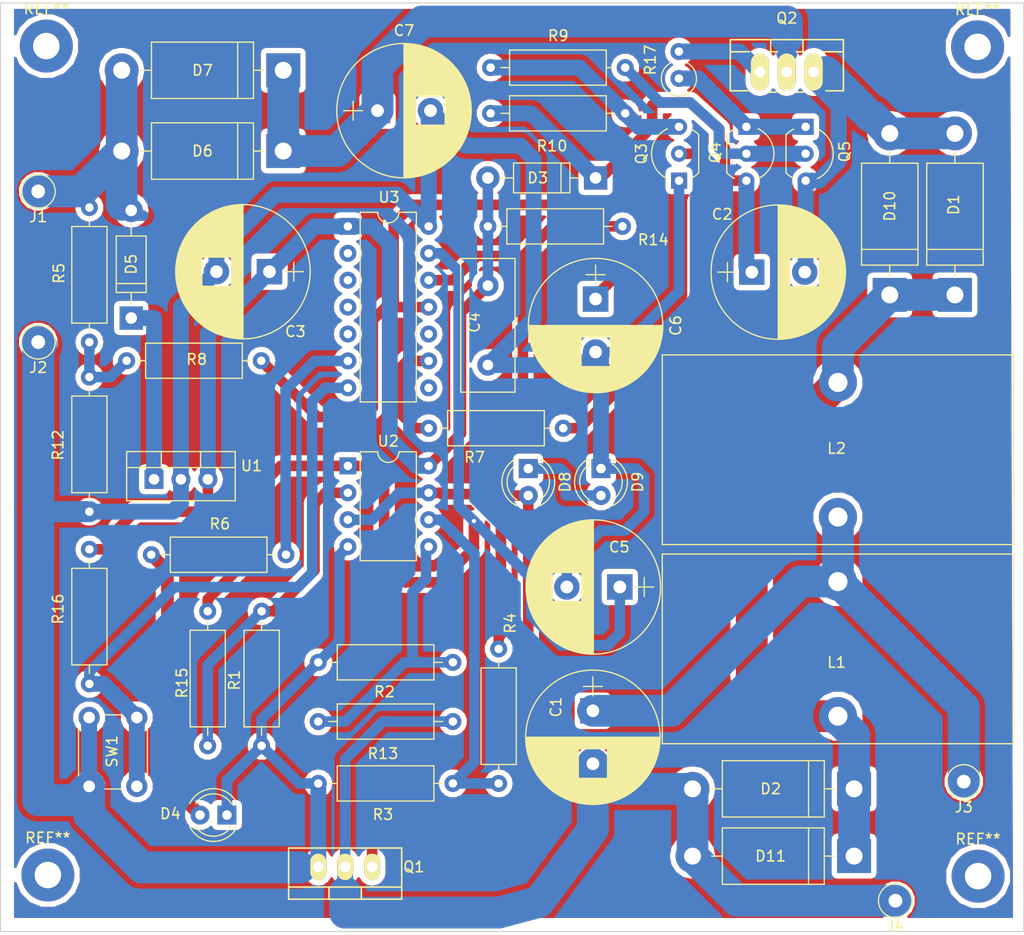
<source format=kicad_pcb>
(kicad_pcb (version 20171130) (host pcbnew "(5.0.0)")
  (title_block (date 2018-06-15))
  (layers (0 F.Cu signal) (31 B.Cu signal) (34 B.Paste user) (35 F.Paste user) (36 B.SilkS user) (37 F.SilkS user) (38 B.Mask user) (39 F.Mask user) (44 Edge.Cuts user))
  (net 0 "")
  (net 1 "Net-(C2-Pad1)")
  (net 2 "Net-(C2-Pad2)")
  (net 3 /BootStrap)
  (net 4 "Net-(C6-Pad1)")
  (net 5 "Net-(C7-Pad1)")
  (net 6 "Net-(D1-Pad1)")
  (net 7 "Net-(D4-Pad2)")
  (net 8 "Net-(D5-Pad1)")
  (net 9 "Net-(D8-Pad1)")
  (net 10 /3.6v)
  (net 11 "Net-(Q2-Pad1)")
  (net 12 "Net-(Q3-Pad2)")
  (net 13 "Net-(Q3-Pad3)")
  (net 14 "Net-(Q4-Pad2)")
  (net 15 "Net-(R1-Pad2)")
  (net 16 "Net-(R13-Pad2)")
  (net 17 "Net-(R3-Pad1)")
  (net 18 "Net-(R4-Pad1)")
  (net 19 /PV-Voltage)
  (net 20 "Net-(R6-Pad2)")
  (net 21 "Net-(R7-Pad2)")
  (net 22 /PV-Current)
  (net 23 "Net-(R16-Pad1)")
  (net 24 "Net-(U3-Pad8)")
  (net 25 "Net-(U3-Pad2)")
  (net 26 "Net-(U3-Pad3)")
  (net 27 "Net-(U3-Pad10)")
  (net 28 "Net-(U3-Pad4)")
  (net 29 "Net-(U3-Pad5)")
  (net 30 +BATT)
  (net 31 -BATT)
  (net 32 GND)
  (net 33 VDD)
  (net 34 "Net-(Q4-Pad1)")
  (module Mounting_Holes:MountingHole_2.5mm_Pad (layer F.Cu) (at 104.40924 94.60484)
    (fp_text reference REF** (at 0 -3.5) (layer F.SilkS))
    (fp_text value MountingHole_2.5mm_Pad)
    (pad 1 thru_hole circle (at 0 0) (size 5 5) (drill 2.5) (layers *.Cu *.Mask))
  )
  (module Resistors_THT:R_Axial_DIN0309_L9.0mm_D3.2mm_P2.54mm_Vertical (layer F.Cu) (at 76.18476 19.31416 90)
    (fp_text reference R17 (at 1.74244 -2.70256 90) (layer F.SilkS))
    (fp_text value 1k)
    (pad 1 thru_hole circle (at 0 0 90) (size 1.6 1.6) (drill 0.8) (layers *.Cu *.Mask) (net 34 "Net-(Q4-Pad1)"))
    (pad 2 thru_hole oval (at 2.54 0 90) (size 1.6 1.6) (drill 0.8) (layers *.Cu *.Mask) (net 11 "Net-(Q2-Pad1)"))
  )
  (module Housings_DIP:DIP-8_W7.62mm (layer F.Cu) (at 44.958 55.88)
    (fp_text reference U2 (at 3.81 -2.33) (layer F.SilkS))
    (fp_text value LM358N)
    (pad 1 thru_hole rect (at 0 0) (size 1.6 1.6) (drill 0.8) (layers *.Cu *.Mask) (net 22 /PV-Current))
    (pad 5 thru_hole oval (at 7.62 7.62) (size 1.6 1.6) (drill 0.8) (layers *.Cu *.Mask) (net 16 "Net-(R13-Pad2)"))
    (pad 2 thru_hole oval (at 0 2.54) (size 1.6 1.6) (drill 0.8) (layers *.Cu *.Mask) (net 15 "Net-(R1-Pad2)"))
    (pad 6 thru_hole oval (at 7.62 5.08) (size 1.6 1.6) (drill 0.8) (layers *.Cu *.Mask) (net 17 "Net-(R3-Pad1)"))
    (pad 3 thru_hole oval (at 0 5.08) (size 1.6 1.6) (drill 0.8) (layers *.Cu *.Mask) (net 18 "Net-(R4-Pad1)"))
    (pad 7 thru_hole oval (at 7.62 2.54) (size 1.6 1.6) (drill 0.8) (layers *.Cu *.Mask) (net 18 "Net-(R4-Pad1)"))
    (pad 4 thru_hole oval (at 0 7.62) (size 1.6 1.6) (drill 0.8) (layers *.Cu *.Mask) (net 32 GND))
    (pad 8 thru_hole oval (at 7.62 0) (size 1.6 1.6) (drill 0.8) (layers *.Cu *.Mask) (net 3 /BootStrap))
  )
  (module Capacitors_THT:CP_Radial_D12.5mm_P5.00mm (layer F.Cu) (at 68.072 78.994 270)
    (fp_text reference C1 (at -0.35052 3.48488 270) (layer F.SilkS))
    (fp_text value 100u)
    (pad 1 thru_hole rect (at 0 0 270) (size 2.4 2.4) (drill 1.2) (layers *.Cu *.Mask) (net 30 +BATT))
    (pad 2 thru_hole circle (at 5 0 270) (size 2.4 2.4) (drill 1.2) (layers *.Cu *.Mask) (net 31 -BATT))
  )
  (module Capacitors_THT:CP_Radial_D12.5mm_P5.00mm (layer F.Cu) (at 83.058 37.592)
    (fp_text reference C2 (at -2.794 -5.461) (layer F.SilkS))
    (fp_text value "10uF 50v")
    (pad 1 thru_hole rect (at 0 0) (size 2.4 2.4) (drill 1.2) (layers *.Cu *.Mask) (net 1 "Net-(C2-Pad1)"))
    (pad 2 thru_hole circle (at 5 0) (size 2.4 2.4) (drill 1.2) (layers *.Cu *.Mask) (net 2 "Net-(C2-Pad2)"))
  )
  (module Capacitors_THT:CP_Radial_D12.5mm_P5.00mm (layer F.Cu) (at 37.56152 37.55136 180)
    (fp_text reference C3 (at -2.44856 -5.65404 180) (layer F.SilkS))
    (fp_text value 100u)
    (pad 1 thru_hole rect (at 0 0 180) (size 2.4 2.4) (drill 1.2) (layers *.Cu *.Mask) (net 3 /BootStrap))
    (pad 2 thru_hole circle (at 5 0 180) (size 2.4 2.4) (drill 1.2) (layers *.Cu *.Mask) (net 32 GND))
  )
  (module Capacitors_THT:C_Disc_D12.5mm_W5.0mm_P7.50mm (layer F.Cu) (at 58.166 38.862 270)
    (fp_text reference C4 (at 3.4798 1.28016 270) (layer F.SilkS))
    (fp_text value 0.1u)
    (pad 1 thru_hole circle (at 0 0 270) (size 2 2) (drill 1) (layers *.Cu *.Mask) (net 3 /BootStrap))
    (pad 2 thru_hole circle (at 7.5 0 270) (size 2 2) (drill 1) (layers *.Cu *.Mask) (net 32 GND))
  )
  (module Capacitors_THT:CP_Radial_D12.5mm_P5.00mm (layer F.Cu) (at 70.612 67.31 180)
    (fp_text reference C5 (at 0.05588 3.76428 180) (layer F.SilkS))
    (fp_text value 10u)
    (pad 1 thru_hole rect (at 0 0 180) (size 2.4 2.4) (drill 1.2) (layers *.Cu *.Mask) (net 22 /PV-Current))
    (pad 2 thru_hole circle (at 5 0 180) (size 2.4 2.4) (drill 1.2) (layers *.Cu *.Mask) (net 32 GND))
  )
  (module Capacitors_THT:CP_Radial_D12.5mm_P5.00mm (layer F.Cu) (at 68.326 40.132 270)
    (fp_text reference C6 (at 2.5 -7.56 270) (layer F.SilkS))
    (fp_text value 10u)
    (pad 1 thru_hole rect (at 0 0 270) (size 2.4 2.4) (drill 1.2) (layers *.Cu *.Mask) (net 4 "Net-(C6-Pad1)"))
    (pad 2 thru_hole circle (at 5 0 270) (size 2.4 2.4) (drill 1.2) (layers *.Cu *.Mask) (net 32 GND))
  )
  (module Capacitors_THT:CP_Radial_D12.5mm_P5.00mm (layer F.Cu) (at 47.752 22.352)
    (fp_text reference C7 (at 2.5 -7.56) (layer F.SilkS))
    (fp_text value 47u)
    (pad 1 thru_hole rect (at 0 0) (size 2.4 2.4) (drill 1.2) (layers *.Cu *.Mask) (net 5 "Net-(C7-Pad1)"))
    (pad 2 thru_hole circle (at 5 0) (size 2.4 2.4) (drill 1.2) (layers *.Cu *.Mask) (net 32 GND))
  )
  (module Diodes_THT:D_DO-201AD_P15.24mm_Horizontal (layer F.Cu) (at 102.22484 39.74084 90)
    (fp_text reference D1 (at 8.509 -0.127 90) (layer F.SilkS))
    (fp_text value 1N5822A)
    (pad 1 thru_hole rect (at 0 0 90) (size 3.2 3.2) (drill 1.6) (layers *.Cu *.Mask) (net 6 "Net-(D1-Pad1)"))
    (pad 2 thru_hole oval (at 15.24 0 90) (size 3.2 3.2) (drill 1.6) (layers *.Cu *.Mask) (net 2 "Net-(C2-Pad2)"))
  )
  (module Diodes_THT:D_DO-201AD_P15.24mm_Horizontal (layer F.Cu) (at 92.71 86.36 180)
    (fp_text reference D2 (at 7.874 0 180) (layer F.SilkS))
    (fp_text value 1N5822A)
    (pad 1 thru_hole rect (at 0 0 180) (size 3.2 3.2) (drill 1.6) (layers *.Cu *.Mask) (net 6 "Net-(D1-Pad1)"))
    (pad 2 thru_hole oval (at 15.24 0 180) (size 3.2 3.2) (drill 1.6) (layers *.Cu *.Mask) (net 31 -BATT))
  )
  (module Diodes_THT:D_DO-41_SOD81_P10.16mm_Horizontal (layer F.Cu) (at 68.326 28.702 180)
    (fp_text reference D3 (at 5.461 0 180) (layer F.SilkS))
    (fp_text value 1N4148)
    (pad 1 thru_hole rect (at 0 0 180) (size 2.2 2.2) (drill 1.1) (layers *.Cu *.Mask) (net 1 "Net-(C2-Pad1)"))
    (pad 2 thru_hole oval (at 10.16 0 180) (size 2.2 2.2) (drill 1.1) (layers *.Cu *.Mask) (net 3 /BootStrap))
  )
  (module LEDs:LED_D4.0mm (layer F.Cu) (at 33.54832 88.83396 180)
    (fp_text reference D4 (at 5.334 0.127 180) (layer F.SilkS))
    (fp_text value LED)
    (pad 1 thru_hole rect (at 0 0 180) (size 1.8 1.8) (drill 0.9) (layers *.Cu *.Mask) (net 32 GND))
    (pad 2 thru_hole circle (at 2.54 0 180) (size 1.8 1.8) (drill 0.9) (layers *.Cu *.Mask) (net 7 "Net-(D4-Pad2)"))
  )
  (module Diodes_THT:D_DO-41_SOD81_P10.16mm_Horizontal (layer F.Cu) (at 24.51608 41.92524 90)
    (fp_text reference D5 (at 5.08 0 90) (layer F.SilkS))
    (fp_text value 1N4007)
    (pad 1 thru_hole rect (at 0 0 90) (size 2.2 2.2) (drill 1.1) (layers *.Cu *.Mask) (net 8 "Net-(D5-Pad1)"))
    (pad 2 thru_hole oval (at 10.16 0 90) (size 2.2 2.2) (drill 1.1) (layers *.Cu *.Mask) (net 33 VDD))
  )
  (module Diodes_THT:D_DO-201AD_P15.24mm_Horizontal (layer F.Cu) (at 38.862 26.162 180)
    (fp_text reference D6 (at 7.62 0 180) (layer F.SilkS))
    (fp_text value 1N5822A)
    (pad 1 thru_hole rect (at 0 0 180) (size 3.2 3.2) (drill 1.6) (layers *.Cu *.Mask) (net 5 "Net-(C7-Pad1)"))
    (pad 2 thru_hole oval (at 15.24 0 180) (size 3.2 3.2) (drill 1.6) (layers *.Cu *.Mask) (net 33 VDD))
  )
  (module Diodes_THT:D_DO-201AD_P15.24mm_Horizontal (layer F.Cu) (at 38.862 18.542 180)
    (fp_text reference D7 (at 7.62 0 180) (layer F.SilkS))
    (fp_text value 1N5822A)
    (pad 1 thru_hole rect (at 0 0 180) (size 3.2 3.2) (drill 1.6) (layers *.Cu *.Mask) (net 5 "Net-(C7-Pad1)"))
    (pad 2 thru_hole oval (at 15.24 0 180) (size 3.2 3.2) (drill 1.6) (layers *.Cu *.Mask) (net 33 VDD))
  )
  (module LEDs:LED_D4.0mm (layer F.Cu) (at 61.976 56.134 270)
    (fp_text reference D8 (at 1.27 -3.46 270) (layer F.SilkS))
    (fp_text value LED)
    (pad 1 thru_hole rect (at 0 0 270) (size 1.8 1.8) (drill 0.9) (layers *.Cu *.Mask) (net 9 "Net-(D8-Pad1)"))
    (pad 2 thru_hole circle (at 2.54 0 270) (size 1.8 1.8) (drill 0.9) (layers *.Cu *.Mask) (net 10 /3.6v))
  )
  (module LEDs:LED_D4.0mm (layer F.Cu) (at 68.834 56.134 270)
    (fp_text reference D9 (at 1.27 -3.46 270) (layer F.SilkS))
    (fp_text value LED)
    (pad 1 thru_hole rect (at 0 0 270) (size 1.8 1.8) (drill 0.9) (layers *.Cu *.Mask) (net 32 GND))
    (pad 2 thru_hole circle (at 2.54 0 270) (size 1.8 1.8) (drill 0.9) (layers *.Cu *.Mask) (net 9 "Net-(D8-Pad1)"))
  )
  (module Diodes_THT:D_DO-201AD_P15.24mm_Horizontal (layer F.Cu) (at 96.07296 39.74084 90)
    (fp_text reference D10 (at 8.382 0 90) (layer F.SilkS))
    (fp_text value 1N5822A)
    (pad 1 thru_hole rect (at 0 0 90) (size 3.2 3.2) (drill 1.6) (layers *.Cu *.Mask) (net 6 "Net-(D1-Pad1)"))
    (pad 2 thru_hole oval (at 15.24 0 90) (size 3.2 3.2) (drill 1.6) (layers *.Cu *.Mask) (net 2 "Net-(C2-Pad2)"))
  )
  (module Diodes_THT:D_DO-201AD_P15.24mm_Horizontal (layer F.Cu) (at 92.71 92.71 180)
    (fp_text reference D11 (at 7.874 0 180) (layer F.SilkS))
    (fp_text value 1N5822A)
    (pad 1 thru_hole rect (at 0 0 180) (size 3.2 3.2) (drill 1.6) (layers *.Cu *.Mask) (net 6 "Net-(D1-Pad1)"))
    (pad 2 thru_hole oval (at 15.24 0 180) (size 3.2 3.2) (drill 1.6) (layers *.Cu *.Mask) (net 31 -BATT))
  )
  (module Inductors_THT:L_Toroid_Vertical_L33.0mm_W17.8mm_P12.70mm_Pulse_KM-5 (layer F.Cu) (at 91.186 79.502 180)
    (fp_text reference L1 (at 0.127 5.08 180) (layer F.SilkS))
    (fp_text value 330uH)
    (pad 1 thru_hole circle (at 0 0 180) (size 3.6 3.6) (drill 1.8) (layers *.Cu *.Mask) (net 6 "Net-(D1-Pad1)"))
    (pad 2 thru_hole circle (at 0 12.7 180) (size 3.6 3.6) (drill 1.8) (layers *.Cu *.Mask) (net 30 +BATT))
  )
  (module Inductors_THT:L_Toroid_Vertical_L33.0mm_W17.8mm_P12.70mm_Pulse_KM-5 (layer F.Cu) (at 91.186 48.006)
    (fp_text reference L2 (at -0.127 6.223) (layer F.SilkS))
    (fp_text value 330uH)
    (pad 1 thru_hole circle (at 0 0) (size 3.6 3.6) (drill 1.8) (layers *.Cu *.Mask) (net 6 "Net-(D1-Pad1)"))
    (pad 2 thru_hole circle (at 0 12.7) (size 3.6 3.6) (drill 1.8) (layers *.Cu *.Mask) (net 30 +BATT))
  )
  (module TO_SOT_Packages_THT:TO-92_Inline_Wide (layer F.Cu) (at 76.2 28.956 90)
    (fp_text reference Q3 (at 2.54 -3.56 270) (layer F.SilkS))
    (fp_text value 2N2222A)
    (pad 2 thru_hole circle (at 2.54 0 180) (size 1.52 1.52) (drill 0.8) (layers *.Cu *.Mask) (net 12 "Net-(Q3-Pad2)"))
    (pad 3 thru_hole circle (at 5.08 0 180) (size 1.52 1.52) (drill 0.8) (layers *.Cu *.Mask) (net 13 "Net-(Q3-Pad3)"))
    (pad 1 thru_hole rect (at 0 0 180) (size 1.52 1.52) (drill 0.8) (layers *.Cu *.Mask) (net 32 GND))
  )
  (module TO_SOT_Packages_THT:TO-92_Inline_Wide (layer F.Cu) (at 82.55 23.876 270)
    (fp_text reference Q4 (at 2.42824 2.94132 90) (layer F.SilkS))
    (fp_text value 2N2222A)
    (pad 2 thru_hole circle (at 2.54 0) (size 1.52 1.52) (drill 0.8) (layers *.Cu *.Mask) (net 14 "Net-(Q4-Pad2)"))
    (pad 3 thru_hole circle (at 5.08 0) (size 1.52 1.52) (drill 0.8) (layers *.Cu *.Mask) (net 1 "Net-(C2-Pad1)"))
    (pad 1 thru_hole rect (at 0 0) (size 1.52 1.52) (drill 0.8) (layers *.Cu *.Mask) (net 34 "Net-(Q4-Pad1)"))
  )
  (module TO_SOT_Packages_THT:TO-92_Inline_Wide (layer F.Cu) (at 88.138 23.876 270)
    (fp_text reference Q5 (at 2.3368 -3.67792 90) (layer F.SilkS))
    (fp_text value 2N2907A)
    (pad 2 thru_hole circle (at 2.54 0) (size 1.52 1.52) (drill 0.8) (layers *.Cu *.Mask) (net 14 "Net-(Q4-Pad2)"))
    (pad 3 thru_hole circle (at 5.08 0) (size 1.52 1.52) (drill 0.8) (layers *.Cu *.Mask) (net 2 "Net-(C2-Pad2)"))
    (pad 1 thru_hole rect (at 0 0) (size 1.52 1.52) (drill 0.8) (layers *.Cu *.Mask) (net 34 "Net-(Q4-Pad1)"))
  )
  (module Resistors_THT:R_Axial_DIN0309_L9.0mm_D3.2mm_P12.70mm_Horizontal (layer F.Cu) (at 36.81984 82.30108 90)
    (fp_text reference R1 (at 6.1976 -2.57048 90) (layer F.SilkS))
    (fp_text value 2.2k)
    (pad 1 thru_hole circle (at 0 0 90) (size 1.6 1.6) (drill 0.8) (layers *.Cu *.Mask) (net 32 GND))
    (pad 2 thru_hole oval (at 12.7 0 90) (size 1.6 1.6) (drill 0.8) (layers *.Cu *.Mask) (net 15 "Net-(R1-Pad2)"))
  )
  (module Resistors_THT:R_Axial_DIN0309_L9.0mm_D3.2mm_P12.70mm_Horizontal (layer F.Cu) (at 42.164 74.422)
    (fp_text reference R2 (at 6.24332 2.78384) (layer F.SilkS))
    (fp_text value 100k)
    (pad 1 thru_hole circle (at 0 0) (size 1.6 1.6) (drill 0.8) (layers *.Cu *.Mask) (net 32 GND))
    (pad 2 thru_hole oval (at 12.7 0) (size 1.6 1.6) (drill 0.8) (layers *.Cu *.Mask) (net 16 "Net-(R13-Pad2)"))
  )
  (module Resistors_THT:R_Axial_DIN0309_L9.0mm_D3.2mm_P12.70mm_Horizontal (layer F.Cu) (at 54.864 85.852 180)
    (fp_text reference R3 (at 6.59892 -2.93116 180) (layer F.SilkS))
    (fp_text value 10k)
    (pad 1 thru_hole circle (at 0 0 180) (size 1.6 1.6) (drill 0.8) (layers *.Cu *.Mask) (net 17 "Net-(R3-Pad1)"))
    (pad 2 thru_hole oval (at 12.7 0 180) (size 1.6 1.6) (drill 0.8) (layers *.Cu *.Mask) (net 32 GND))
  )
  (module Resistors_THT:R_Axial_DIN0309_L9.0mm_D3.2mm_P12.70mm_Horizontal (layer F.Cu) (at 59.182 73.152 270)
    (fp_text reference R4 (at -2.41808 -1.0922 270) (layer F.SilkS))
    (fp_text value 100k)
    (pad 1 thru_hole circle (at 0 0 270) (size 1.6 1.6) (drill 0.8) (layers *.Cu *.Mask) (net 18 "Net-(R4-Pad1)"))
    (pad 2 thru_hole oval (at 12.7 0 270) (size 1.6 1.6) (drill 0.8) (layers *.Cu *.Mask) (net 17 "Net-(R3-Pad1)"))
  )
  (module Resistors_THT:R_Axial_DIN0309_L9.0mm_D3.2mm_P12.70mm_Horizontal (layer F.Cu) (at 20.574 31.496 270)
    (fp_text reference R5 (at 6.21284 2.8702 270) (layer F.SilkS))
    (fp_text value 300k)
    (pad 1 thru_hole circle (at 0 0 270) (size 1.6 1.6) (drill 0.8) (layers *.Cu *.Mask) (net 33 VDD))
    (pad 2 thru_hole oval (at 12.7 0 270) (size 1.6 1.6) (drill 0.8) (layers *.Cu *.Mask) (net 19 /PV-Voltage))
  )
  (module Resistors_THT:R_Axial_DIN0309_L9.0mm_D3.2mm_P12.70mm_Horizontal (layer F.Cu) (at 26.416 64.262)
    (fp_text reference R6 (at 6.46684 -2.90576) (layer F.SilkS))
    (fp_text value 1k)
    (pad 1 thru_hole circle (at 0 0) (size 1.6 1.6) (drill 0.8) (layers *.Cu *.Mask) (net 7 "Net-(D4-Pad2)"))
    (pad 2 thru_hole oval (at 12.7 0) (size 1.6 1.6) (drill 0.8) (layers *.Cu *.Mask) (net 20 "Net-(R6-Pad2)"))
  )
  (module Resistors_THT:R_Axial_DIN0309_L9.0mm_D3.2mm_P12.70mm_Horizontal (layer F.Cu) (at 65.278 52.324 180)
    (fp_text reference R7 (at 8.37184 -2.7432 180) (layer F.SilkS))
    (fp_text value 1k)
    (pad 1 thru_hole circle (at 0 0 180) (size 1.6 1.6) (drill 0.8) (layers *.Cu *.Mask) (net 12 "Net-(Q3-Pad2)"))
    (pad 2 thru_hole oval (at 12.7 0 180) (size 1.6 1.6) (drill 0.8) (layers *.Cu *.Mask) (net 21 "Net-(R7-Pad2)"))
  )
  (module Resistors_THT:R_Axial_DIN0309_L9.0mm_D3.2mm_P12.70mm_Horizontal (layer F.Cu) (at 24.08936 45.95368)
    (fp_text reference R8 (at 6.604 -0.127) (layer F.SilkS))
    (fp_text value 100k)
    (pad 1 thru_hole circle (at 0 0) (size 1.6 1.6) (drill 0.8) (layers *.Cu *.Mask) (net 19 /PV-Voltage))
    (pad 2 thru_hole oval (at 12.7 0) (size 1.6 1.6) (drill 0.8) (layers *.Cu *.Mask) (net 4 "Net-(C6-Pad1)"))
  )
  (module Resistors_THT:R_Axial_DIN0309_L9.0mm_D3.2mm_P12.70mm_Horizontal (layer F.Cu) (at 58.42 22.606)
    (fp_text reference R9 (at 6.38048 -7.32536) (layer F.SilkS))
    (fp_text value 10k)
    (pad 1 thru_hole circle (at 0 0) (size 1.6 1.6) (drill 0.8) (layers *.Cu *.Mask) (net 1 "Net-(C2-Pad1)"))
    (pad 2 thru_hole oval (at 12.7 0) (size 1.6 1.6) (drill 0.8) (layers *.Cu *.Mask) (net 13 "Net-(Q3-Pad3)"))
  )
  (module Resistors_THT:R_Axial_DIN0309_L9.0mm_D3.2mm_P12.70mm_Horizontal (layer F.Cu) (at 71.12 18.288 180)
    (fp_text reference R10 (at 6.9088 -7.39648 180) (layer F.SilkS))
    (fp_text value 1k)
    (pad 1 thru_hole circle (at 0 0 180) (size 1.6 1.6) (drill 0.8) (layers *.Cu *.Mask) (net 14 "Net-(Q4-Pad2)"))
    (pad 2 thru_hole oval (at 12.7 0 180) (size 1.6 1.6) (drill 0.8) (layers *.Cu *.Mask) (net 13 "Net-(Q3-Pad3)"))
  )
  (module Resistors_THT:R_Axial_DIN0309_L9.0mm_D3.2mm_P12.70mm_Horizontal (layer F.Cu) (at 20.574 47.498 270)
    (fp_text reference R12 (at 6.41604 2.95656 270) (layer F.SilkS))
    (fp_text value 47k)
    (pad 1 thru_hole circle (at 0 0 270) (size 1.6 1.6) (drill 0.8) (layers *.Cu *.Mask) (net 19 /PV-Voltage))
    (pad 2 thru_hole oval (at 12.7 0 270) (size 1.6 1.6) (drill 0.8) (layers *.Cu *.Mask) (net 32 GND))
  )
  (module Resistors_THT:R_Axial_DIN0309_L9.0mm_D3.2mm_P12.70mm_Horizontal (layer F.Cu) (at 54.864 80.01 180)
    (fp_text reference R13 (at 6.59892 -3.0226 180) (layer F.SilkS))
    (fp_text value 10k)
    (pad 1 thru_hole circle (at 0 0 180) (size 1.6 1.6) (drill 0.8) (layers *.Cu *.Mask) (net 31 -BATT))
    (pad 2 thru_hole oval (at 12.7 0 180) (size 1.6 1.6) (drill 0.8) (layers *.Cu *.Mask) (net 16 "Net-(R13-Pad2)"))
  )
  (module Resistors_THT:R_Axial_DIN0309_L9.0mm_D3.2mm_P12.70mm_Horizontal (layer F.Cu) (at 58.166 33.274)
    (fp_text reference R14 (at 15.5956 1.27) (layer F.SilkS))
    (fp_text value 4.7k)
    (pad 1 thru_hole circle (at 0 0) (size 1.6 1.6) (drill 0.8) (layers *.Cu *.Mask) (net 3 /BootStrap))
    (pad 2 thru_hole oval (at 12.7 0) (size 1.6 1.6) (drill 0.8) (layers *.Cu *.Mask) (net 10 /3.6v))
  )
  (module Resistors_THT:R_Axial_DIN0309_L9.0mm_D3.2mm_P12.70mm_Horizontal (layer F.Cu) (at 31.73476 82.30108 90)
    (fp_text reference R15 (at 5.92836 -2.43332 90) (layer F.SilkS))
    (fp_text value 10k)
    (pad 1 thru_hole circle (at 0 0 90) (size 1.6 1.6) (drill 0.8) (layers *.Cu *.Mask) (net 15 "Net-(R1-Pad2)"))
    (pad 2 thru_hole oval (at 12.7 0 90) (size 1.6 1.6) (drill 0.8) (layers *.Cu *.Mask) (net 22 /PV-Current))
  )
  (module Resistors_THT:R_Axial_DIN0309_L9.0mm_D3.2mm_P12.70mm_Horizontal (layer F.Cu) (at 20.574 76.454 90)
    (fp_text reference R16 (at 7.06628 -2.95656 90) (layer F.SilkS))
    (fp_text value 10k)
    (pad 1 thru_hole circle (at 0 0 90) (size 1.6 1.6) (drill 0.8) (layers *.Cu *.Mask) (net 23 "Net-(R16-Pad1)"))
    (pad 2 thru_hole oval (at 12.7 0 90) (size 1.6 1.6) (drill 0.8) (layers *.Cu *.Mask) (net 3 /BootStrap))
  )
  (module Buttons_Switches_THT:SW_PUSH_6mm (layer F.Cu) (at 20.5486 86.12632 90)
    (fp_text reference SW1 (at 3.302 2.159 90) (layer F.SilkS))
    (fp_text value "Write OP-AMP DIFF")
    (pad 2 thru_hole circle (at 0 4.5 180) (size 2 2) (drill 1.1) (layers *.Cu *.Mask) (net 23 "Net-(R16-Pad1)"))
    (pad 1 thru_hole circle (at 0 0 180) (size 2 2) (drill 1.1) (layers *.Cu *.Mask) (net 32 GND))
    (pad 2 thru_hole circle (at 6.5 4.5 180) (size 2 2) (drill 1.1) (layers *.Cu *.Mask) (net 23 "Net-(R16-Pad1)"))
    (pad 1 thru_hole circle (at 6.5 0 180) (size 2 2) (drill 1.1) (layers *.Cu *.Mask) (net 32 GND))
  )
  (module TO_SOT_Packages_THT:TO-220-3_Vertical (layer F.Cu) (at 26.67 57.15)
    (fp_text reference U1 (at 9.19988 -1.27508) (layer F.SilkS))
    (fp_text value LM7805_TO220)
    (pad 1 thru_hole rect (at 0 0) (size 1.8 1.8) (drill 1) (layers *.Cu *.Mask) (net 8 "Net-(D5-Pad1)"))
    (pad 2 thru_hole oval (at 2.54 0) (size 1.8 1.8) (drill 1) (layers *.Cu *.Mask) (net 32 GND))
    (pad 3 thru_hole oval (at 5.08 0) (size 1.8 1.8) (drill 1) (layers *.Cu *.Mask) (net 3 /BootStrap))
  )
  (module Housings_DIP:DIP-14_W7.62mm (layer F.Cu) (at 44.958 33.274)
    (fp_text reference U3 (at 3.8862 -2.7432) (layer F.SilkS))
    (fp_text value 16F676)
    (pad 1 thru_hole rect (at 0 0) (size 1.6 1.6) (drill 0.8) (layers *.Cu *.Mask) (net 3 /BootStrap))
    (pad 8 thru_hole oval (at 7.62 15.24) (size 1.6 1.6) (drill 0.8) (layers *.Cu *.Mask) (net 24 "Net-(U3-Pad8)"))
    (pad 2 thru_hole oval (at 0 2.54) (size 1.6 1.6) (drill 0.8) (layers *.Cu *.Mask) (net 25 "Net-(U3-Pad2)"))
    (pad 9 thru_hole oval (at 7.62 12.7) (size 1.6 1.6) (drill 0.8) (layers *.Cu *.Mask) (net 21 "Net-(R7-Pad2)"))
    (pad 3 thru_hole oval (at 0 5.08) (size 1.6 1.6) (drill 0.8) (layers *.Cu *.Mask) (net 26 "Net-(U3-Pad3)"))
    (pad 10 thru_hole oval (at 7.62 10.16) (size 1.6 1.6) (drill 0.8) (layers *.Cu *.Mask) (net 27 "Net-(U3-Pad10)"))
    (pad 4 thru_hole oval (at 0 7.62) (size 1.6 1.6) (drill 0.8) (layers *.Cu *.Mask) (net 28 "Net-(U3-Pad4)"))
    (pad 11 thru_hole oval (at 7.62 7.62) (size 1.6 1.6) (drill 0.8) (layers *.Cu *.Mask) (net 4 "Net-(C6-Pad1)"))
    (pad 5 thru_hole oval (at 0 10.16) (size 1.6 1.6) (drill 0.8) (layers *.Cu *.Mask) (net 29 "Net-(U3-Pad5)"))
    (pad 12 thru_hole oval (at 7.62 5.08) (size 1.6 1.6) (drill 0.8) (layers *.Cu *.Mask) (net 10 /3.6v))
    (pad 6 thru_hole oval (at 0 12.7) (size 1.6 1.6) (drill 0.8) (layers *.Cu *.Mask) (net 20 "Net-(R6-Pad2)"))
    (pad 13 thru_hole oval (at 7.62 2.54) (size 1.6 1.6) (drill 0.8) (layers *.Cu *.Mask) (net 22 /PV-Current))
    (pad 7 thru_hole oval (at 0 15.24) (size 1.6 1.6) (drill 0.8) (layers *.Cu *.Mask) (net 23 "Net-(R16-Pad1)"))
    (pad 14 thru_hole oval (at 7.62 0) (size 1.6 1.6) (drill 0.8) (layers *.Cu *.Mask) (net 32 GND))
  )
  (module Mounting_Holes:MountingHole_2.5mm_Pad (layer F.Cu) (at 16.65732 94.49308)
    (fp_text reference REF** (at 0 -3.5) (layer F.SilkS))
    (fp_text value MountingHole_2.5mm_Pad)
    (pad 1 thru_hole circle (at 0 0) (size 5 5) (drill 2.5) (layers *.Cu *.Mask))
  )
  (module Mounting_Holes:MountingHole_2.5mm_Pad (layer F.Cu) (at 104.36352 16.32712)
    (fp_text reference REF** (at 0 -3.5) (layer F.SilkS))
    (fp_text value MountingHole_2.5mm_Pad)
    (pad 1 thru_hole circle (at 0 0) (size 5 5) (drill 2.5) (layers *.Cu *.Mask))
  )
  (module Mounting_Holes:MountingHole_2.5mm_Pad (layer F.Cu) (at 16.51 16.256)
    (fp_text reference REF** (at 0 -3.5) (layer F.SilkS))
    (fp_text value MountingHole_2.5mm_Pad)
    (pad 1 thru_hole circle (at 0 0) (size 5 5) (drill 2.5) (layers *.Cu *.Mask))
  )
  (module TO_SOT_Packages_THT-2:TO-220_Neutral123_Vertical (layer F.Cu) (at 44.704 93.726 180)
    (fp_text reference Q1 (at -6.477 0 180) (layer F.SilkS))
    (fp_text value BUK9511-55A127)
    (pad 2 thru_hole oval (at 0 0 270) (size 2.49936 1.50114) (drill 1.00076) (layers *.Cu *.Mask F.SilkS) (net 31 -BATT))
    (pad 1 thru_hole oval (at -2.54 0 270) (size 2.49936 1.50114) (drill 1.00076) (layers *.Cu *.Mask F.SilkS) (net 10 /3.6v))
    (pad 3 thru_hole oval (at 2.54 0 270) (size 2.49936 1.50114) (drill 1.00076) (layers *.Cu *.Mask F.SilkS) (net 32 GND))
  )
  (module TO_SOT_Packages_THT-2:TO-220_Neutral123_Vertical_LargePads (layer F.Cu) (at 86.36508 18.69948)
    (fp_text reference Q2 (at 0 -5.08) (layer F.SilkS))
    (fp_text value BUK9511-55A127)
    (pad 2 thru_hole oval (at 0 0 90) (size 3.50012 1.69926) (drill 1.00076) (layers *.Cu *.Mask F.SilkS) (net 5 "Net-(C7-Pad1)"))
    (pad 1 thru_hole oval (at -2.54 0 90) (size 3.50012 1.69926) (drill 1.00076) (layers *.Cu *.Mask F.SilkS) (net 11 "Net-(Q2-Pad1)"))
    (pad 3 thru_hole oval (at 2.54 0 90) (size 3.50012 1.69926) (drill 1.00076) (layers *.Cu *.Mask F.SilkS) (net 2 "Net-(C2-Pad2)"))
  )
  (module Connectors:Pin_d1.3mm_L11.0mm (layer F.Cu) (at 15.748 29.972)
    (fp_text reference J1 (at 0 2.4) (layer F.SilkS))
    (fp_text value S+)
    (pad 1 thru_hole circle (at 0 0) (size 2.6 2.6) (drill 1.3) (layers *.Cu *.Mask) (net 33 VDD))
  )
  (module Connectors:Pin_d1.3mm_L11.0mm (layer F.Cu) (at 15.748 44.196)
    (fp_text reference J2 (at 0 2.4) (layer F.SilkS))
    (fp_text value S-)
    (pad 1 thru_hole circle (at 0 0) (size 2.6 2.6) (drill 1.3) (layers *.Cu *.Mask) (net 32 GND))
  )
  (module Connectors:Pin_d1.3mm_L11.0mm (layer F.Cu) (at 103.05796 85.67928)
    (fp_text reference J3 (at 0 2.4) (layer F.SilkS))
    (fp_text value VB+)
    (pad 1 thru_hole circle (at 0 0) (size 2.6 2.6) (drill 1.3) (layers *.Cu *.Mask) (net 30 +BATT))
  )
  (module Connectors:Pin_d1.3mm_L11.0mm (layer F.Cu) (at 96.61144 96.92132)
    (fp_text reference J4 (at 0 2.4) (layer F.SilkS))
    (fp_text value VB-)
    (pad 1 thru_hole circle (at 0 0) (size 2.6 2.6) (drill 1.3) (layers *.Cu *.Mask) (net 31 -BATT))
  )
  (gr_line (start 12.192 99.822) (end 12.192 12.192) (angle 90) (layer Edge.Cuts) (width 0.1))
  (gr_line (start 108.712 99.822) (end 12.192 99.822) (angle 90) (layer Edge.Cuts) (width 0.1))
  (gr_line (start 108.712 12.192) (end 108.712 99.822) (angle 90) (layer Edge.Cuts) (width 0.1))
  (gr_line (start 12.192 12.192) (end 108.712 12.192) (angle 90) (layer Edge.Cuts) (width 0.1))
  (segment (start 81.28 28.956) (end 82.55 28.956) (width 1) (layer F.Cu) (net 1))
  (segment (start 80.518 28.194) (end 81.28 28.956) (width 1) (layer F.Cu) (net 1))
  (segment (start 80.01 25.4) (end 80.518 25.908) (width 1) (layer F.Cu) (net 1))
  (segment (start 79.99476 24.08936) (end 80.01 25.4) (width 1) (layer F.Cu) (net 1))
  (segment (start 80.518 25.908) (end 80.518 28.194) (width 1) (layer F.Cu) (net 1))
  (segment (start 68.834 28.702) (end 73.66 23.876) (width 1) (layer F.Cu) (net 1))
  (segment (start 73.66 21.844) (end 73.914 21.59) (width 1) (layer F.Cu) (net 1))
  (segment (start 73.914 21.59) (end 77.22616 21.57984) (width 1) (layer F.Cu) (net 1))
  (segment (start 68.326 28.702) (end 68.834 28.702) (width 1) (layer F.Cu) (net 1))
  (segment (start 73.66 23.876) (end 73.66 21.844) (width 1) (layer F.Cu) (net 1))
  (segment (start 77.22616 21.57984) (end 79.99476 24.08936) (width 1) (layer F.Cu) (net 1))
  (segment (start 82.55 37.084) (end 83.058 37.592) (width 1.5) (layer B.Cu) (net 1))
  (segment (start 82.55 28.956) (end 82.55 37.084) (width 1.5) (layer B.Cu) (net 1))
  (segment (start 62.23 22.606) (end 58.42 22.606) (width 1.5) (layer B.Cu) (net 1))
  (segment (start 68.326 28.702) (end 62.23 22.606) (width 1.5) (layer B.Cu) (net 1))
  (segment (start 89.408 28.956) (end 90.678 27.686) (width 1) (layer B.Cu) (net 2))
  (segment (start 88.90508 19.59991) (end 88.90508 18.69948) (width 1.5) (layer B.Cu) (net 2))
  (segment (start 91.25471 21.94954) (end 88.90508 19.59991) (width 1.5) (layer B.Cu) (net 2))
  (segment (start 91.25471 27.10929) (end 91.25471 21.94954) (width 1.5) (layer B.Cu) (net 2))
  (segment (start 90.678 27.686) (end 91.25471 27.10929) (width 1.5) (layer B.Cu) (net 2))
  (segment (start 88.138 37.512) (end 88.058 37.592) (width 1.5) (layer B.Cu) (net 2))
  (segment (start 88.138 28.956) (end 88.138 37.512) (width 1.5) (layer B.Cu) (net 2))
  (segment (start 89.408 28.956) (end 91.25471 27.10929) (width 1.5) (layer B.Cu) (net 2))
  (segment (start 88.138 28.956) (end 89.408 28.956) (width 1.5) (layer B.Cu) (net 2))
  (segment (start 102.22484 24.50084) (end 96.07296 24.50084) (width 3) (layer B.Cu) (net 2))
  (segment (start 94.472961 22.900841) (end 94.244361 22.900841) (width 3) (layer B.Cu) (net 2))
  (segment (start 96.07296 24.50084) (end 94.472961 22.900841) (width 3) (layer B.Cu) (net 2))
  (segment (start 94.244361 22.900841) (end 90.043 18.69948) (width 3) (layer B.Cu) (net 2))
  (segment (start 52.324 55.88) (end 52.578 55.88) (width 1) (layer F.Cu) (net 3))
  (segment (start 52.578 55.88) (end 55.626 52.832) (width 1) (layer F.Cu) (net 3))
  (segment (start 55.626 52.832) (end 55.626 41.402) (width 1) (layer F.Cu) (net 3))
  (segment (start 55.626 41.402) (end 58.166 38.862) (width 1) (layer F.Cu) (net 3))
  (segment (start 20.574 63.754) (end 22.352 63.754) (width 1) (layer F.Cu) (net 3))
  (segment (start 31.75 59.182) (end 31.75 57.15) (width 1) (layer F.Cu) (net 3))
  (segment (start 30.734 60.198) (end 31.75 59.182) (width 1) (layer F.Cu) (net 3))
  (segment (start 24.892 60.198) (end 30.734 60.198) (width 1) (layer F.Cu) (net 3))
  (segment (start 23.368 61.722) (end 24.892 60.198) (width 1) (layer F.Cu) (net 3))
  (segment (start 23.368 62.738) (end 23.368 61.722) (width 1) (layer F.Cu) (net 3))
  (segment (start 22.352 63.754) (end 23.368 62.738) (width 1) (layer F.Cu) (net 3))
  (segment (start 58.166 33.274) (end 58.166 38.862) (width 1) (layer B.Cu) (net 3))
  (segment (start 58.166 33.274) (end 58.166 28.702) (width 1) (layer B.Cu) (net 3))
  (segment (start 31.75 43.36288) (end 37.56152 37.55136) (width 1.5) (layer B.Cu) (net 3))
  (segment (start 31.75 57.15) (end 31.75 43.36288) (width 1.5) (layer B.Cu) (net 3))
  (segment (start 41.83888 33.274) (end 37.56152 37.55136) (width 1.5) (layer B.Cu) (net 3))
  (segment (start 44.958 33.274) (end 41.83888 33.274) (width 1.5) (layer B.Cu) (net 3))
  (segment (start 48.91024 34.92624) (end 48.91024 53.34361) (width 1.5) (layer B.Cu) (net 3))
  (segment (start 47.258 33.274) (end 48.91024 34.92624) (width 1.5) (layer B.Cu) (net 3))
  (segment (start 44.958 33.274) (end 47.258 33.274) (width 1.5) (layer B.Cu) (net 3))
  (segment (start 51.44663 55.88) (end 48.91024 53.34361) (width 1.5) (layer B.Cu) (net 3))
  (segment (start 52.578 55.88) (end 51.44663 55.88) (width 1.5) (layer B.Cu) (net 3))
  (segment (start 73.406 34.798) (end 68.326 39.878) (width 1) (layer F.Cu) (net 4))
  (segment (start 73.406 32.004) (end 73.406 34.798) (width 1) (layer F.Cu) (net 4))
  (segment (start 72.644 31.242) (end 73.406 32.004) (width 1) (layer F.Cu) (net 4))
  (segment (start 51.054 31.242) (end 72.644 31.242) (width 1) (layer F.Cu) (net 4))
  (segment (start 49.276 33.02) (end 51.054 31.242) (width 1) (layer F.Cu) (net 4))
  (segment (start 68.326 39.878) (end 68.326 40.132) (width 1) (layer F.Cu) (net 4))
  (segment (start 49.276 40.894) (end 52.578 40.894) (width 1) (layer F.Cu) (net 4))
  (segment (start 49.276 40.894) (end 49.276 40.51808) (width 1) (layer F.Cu) (net 4))
  (segment (start 49.276 40.51808) (end 49.276 33.02) (width 1) (layer F.Cu) (net 4))
  (segment (start 48.52924 40.894) (end 47.31004 42.1132) (width 1) (layer F.Cu) (net 4))
  (segment (start 49.276 40.894) (end 48.52924 40.894) (width 1) (layer F.Cu) (net 4))
  (segment (start 47.31004 42.1132) (end 47.31004 50.37836) (width 1) (layer F.Cu) (net 4))
  (segment (start 47.31004 50.37836) (end 46.4312 51.2572) (width 1) (layer F.Cu) (net 4))
  (segment (start 42.09288 51.2572) (end 36.78936 45.95368) (width 1) (layer F.Cu) (net 4))
  (segment (start 46.4312 51.2572) (end 42.09288 51.2572) (width 1) (layer F.Cu) (net 4))
  (segment (start 38.862 26.162) (end 43.942 26.162) (width 3) (layer B.Cu) (net 5))
  (segment (start 43.942 26.162) (end 47.752 22.352) (width 3) (layer B.Cu) (net 5))
  (segment (start 38.862 18.542) (end 38.862 26.162) (width 3) (layer B.Cu) (net 5))
  (segment (start 47.752 18.152) (end 51.96199 13.94201) (width 3) (layer B.Cu) (net 5))
  (segment (start 47.752 22.352) (end 47.752 18.152) (width 3) (layer B.Cu) (net 5))
  (segment (start 51.96199 13.94201) (end 86.36508 13.94201) (width 3) (layer B.Cu) (net 5))
  (segment (start 86.36508 16.88592) (end 86.36508 18.69948) (width 1.5) (layer B.Cu) (net 5))
  (segment (start 86.36508 13.94201) (end 86.36508 15.52956) (width 3) (layer B.Cu) (net 5))
  (segment (start 86.36508 15.52956) (end 86.36508 16.88592) (width 2) (layer B.Cu) (net 5))
  (segment (start 91.186 79.502) (end 86.868 79.502) (width 3) (layer F.Cu) (net 6))
  (segment (start 83.058 56.134) (end 91.186 48.006) (width 3) (layer F.Cu) (net 6))
  (segment (start 83.058 75.692) (end 83.058 56.134) (width 3) (layer F.Cu) (net 6))
  (segment (start 86.868 79.502) (end 83.058 75.692) (width 3) (layer F.Cu) (net 6))
  (segment (start 91.186 79.502) (end 91.186 79.756) (width 3) (layer B.Cu) (net 6))
  (segment (start 91.186 79.756) (end 92.71 81.28) (width 3) (layer B.Cu) (net 6))
  (segment (start 92.71 81.28) (end 92.71 86.36) (width 3) (layer B.Cu) (net 6))
  (segment (start 92.71 86.36) (end 92.71 92.71) (width 3) (layer B.Cu) (net 6))
  (segment (start 91.186 44.6278) (end 96.07296 39.74084) (width 3) (layer B.Cu) (net 6))
  (segment (start 91.186 48.006) (end 91.186 44.6278) (width 3) (layer B.Cu) (net 6))
  (segment (start 102.22484 39.74084) (end 96.07296 39.74084) (width 3) (layer B.Cu) (net 6))
  (segment (start 31.00832 88.83396) (end 27.94 85.76564) (width 1.2) (layer F.Cu) (net 7))
  (segment (start 27.94 65.786) (end 26.416 64.262) (width 1.2) (layer F.Cu) (net 7))
  (segment (start 27.94 85.76564) (end 27.94 65.786) (width 1.2) (layer F.Cu) (net 7))
  (segment (start 24.51608 41.92524) (end 26.61608 41.92524) (width 1.5) (layer B.Cu) (net 8))
  (segment (start 26.67 41.97916) (end 26.67 57.15) (width 1.5) (layer B.Cu) (net 8))
  (segment (start 26.61608 41.92524) (end 26.67 41.97916) (width 1.5) (layer B.Cu) (net 8))
  (segment (start 61.976 56.134) (end 65.024 56.134) (width 1) (layer B.Cu) (net 9))
  (segment (start 65.532 58.674) (end 68.834 58.674) (width 1) (layer B.Cu) (net 9))
  (segment (start 65.532 56.642) (end 65.532 58.674) (width 1) (layer B.Cu) (net 9))
  (segment (start 65.024 56.134) (end 65.532 56.642) (width 1) (layer B.Cu) (net 9))
  (segment (start 61.976 58.674) (end 59.69 58.674) (width 1) (layer F.Cu) (net 10))
  (segment (start 61.468 51.054) (end 61.468 36.068) (width 1) (layer F.Cu) (net 10))
  (segment (start 58.166 54.356) (end 61.468 51.054) (width 1) (layer F.Cu) (net 10))
  (segment (start 58.166 57.15) (end 58.166 54.356) (width 1) (layer F.Cu) (net 10))
  (segment (start 59.69 58.674) (end 58.166 57.15) (width 1) (layer F.Cu) (net 10))
  (segment (start 61.976 58.674) (end 61.976 87.376) (width 1) (layer F.Cu) (net 10))
  (segment (start 61.976 87.376) (end 60.706 88.646) (width 1) (layer F.Cu) (net 10))
  (segment (start 70.866 33.274) (end 64.262 33.274) (width 1) (layer F.Cu) (net 10))
  (segment (start 64.262 33.274) (end 61.468 36.068) (width 1) (layer F.Cu) (net 10))
  (segment (start 54.864 38.354) (end 52.578 38.354) (width 1) (layer F.Cu) (net 10))
  (segment (start 61.468 36.068) (end 57.15 36.068) (width 1) (layer F.Cu) (net 10))
  (segment (start 57.15 36.068) (end 54.864 38.354) (width 1) (layer F.Cu) (net 10))
  (segment (start 47.244 91.186) (end 49.784 88.646) (width 1) (layer F.Cu) (net 10))
  (segment (start 49.784 88.646) (end 60.706 88.646) (width 1) (layer F.Cu) (net 10))
  (segment (start 47.244 91.186) (end 47.244 93.726) (width 1) (layer F.Cu) (net 10))
  (segment (start 81.89976 16.77416) (end 76.18476 16.77416) (width 1.5) (layer B.Cu) (net 11))
  (segment (start 83.82508 18.69948) (end 81.89976 16.77416) (width 1.5) (layer B.Cu) (net 11))
  (segment (start 77.978 41.148) (end 77.978 30.988) (width 1) (layer F.Cu) (net 12))
  (segment (start 66.802 52.324) (end 77.978 41.148) (width 1) (layer F.Cu) (net 12))
  (segment (start 65.278 52.324) (end 66.802 52.324) (width 1) (layer F.Cu) (net 12))
  (segment (start 78.232 26.416) (end 76.2 26.416) (width 1) (layer F.Cu) (net 12))
  (segment (start 78.74 26.924) (end 78.232 26.416) (width 1) (layer F.Cu) (net 12))
  (segment (start 78.74 30.226) (end 78.74 26.924) (width 1) (layer F.Cu) (net 12))
  (segment (start 77.978 30.988) (end 78.74 30.226) (width 1) (layer F.Cu) (net 12))
  (segment (start 72.39 23.876) (end 71.12 22.606) (width 1.5) (layer B.Cu) (net 13))
  (segment (start 76.2 23.876) (end 72.39 23.876) (width 1.5) (layer B.Cu) (net 13))
  (segment (start 66.802 18.288) (end 58.42 18.288) (width 1.5) (layer B.Cu) (net 13))
  (segment (start 71.12 22.606) (end 66.802 18.288) (width 1.5) (layer B.Cu) (net 13))
  (segment (start 80.50276 26.416) (end 82.55 26.416) (width 1) (layer B.Cu) (net 14))
  (segment (start 79.95412 25.86736) (end 80.50276 26.416) (width 1) (layer B.Cu) (net 14))
  (segment (start 79.9592 24.03856) (end 79.95412 25.86736) (width 1) (layer B.Cu) (net 14))
  (segment (start 77.2414 21.57984) (end 79.9592 24.03856) (width 1) (layer B.Cu) (net 14))
  (segment (start 71.12 18.288) (end 74.41692 21.58492) (width 1) (layer B.Cu) (net 14))
  (segment (start 74.41692 21.58492) (end 77.2414 21.57984) (width 1) (layer B.Cu) (net 14))
  (segment (start 82.55 26.416) (end 88.138 26.416) (width 1.5) (layer B.Cu) (net 14))
  (segment (start 31.73476 74.68616) (end 36.81984 69.60108) (width 1) (layer B.Cu) (net 15))
  (segment (start 31.73476 82.30108) (end 31.73476 74.68616) (width 1) (layer B.Cu) (net 15))
  (segment (start 37.95121 69.60108) (end 41.8084 65.74389) (width 1) (layer F.Cu) (net 15))
  (segment (start 36.81984 69.60108) (end 37.95121 69.60108) (width 1) (layer F.Cu) (net 15))
  (segment (start 41.8084 65.74389) (end 41.8084 59.45632) (width 1) (layer F.Cu) (net 15))
  (segment (start 42.84472 58.42) (end 44.958 58.42) (width 1) (layer F.Cu) (net 15))
  (segment (start 41.8084 59.45632) (end 42.84472 58.42) (width 1) (layer F.Cu) (net 15))
  (segment (start 52.324 63.5) (end 52.324 66.548) (width 1) (layer B.Cu) (net 16))
  (segment (start 51.054 67.818) (end 51.054 74.422) (width 1) (layer B.Cu) (net 16))
  (segment (start 52.324 66.548) (end 51.054 67.818) (width 1) (layer B.Cu) (net 16))
  (segment (start 42.164 80.01) (end 44.704 80.01) (width 1) (layer B.Cu) (net 16))
  (segment (start 50.292 74.422) (end 51.054 74.422) (width 1) (layer B.Cu) (net 16))
  (segment (start 51.054 74.422) (end 54.864 74.422) (width 1) (layer B.Cu) (net 16))
  (segment (start 44.704 80.01) (end 50.292 74.422) (width 1) (layer B.Cu) (net 16))
  (segment (start 59.182 85.852) (end 54.864 85.852) (width 1) (layer B.Cu) (net 17))
  (segment (start 53.70937 60.96) (end 56.896 64.14663) (width 1) (layer B.Cu) (net 17))
  (segment (start 52.578 60.96) (end 53.70937 60.96) (width 1) (layer B.Cu) (net 17))
  (segment (start 56.896 83.82) (end 54.864 85.852) (width 1) (layer B.Cu) (net 17))
  (segment (start 56.896 64.14663) (end 56.896 83.82) (width 1) (layer B.Cu) (net 17))
  (segment (start 44.704 60.96) (end 47.244 60.96) (width 1) (layer B.Cu) (net 18))
  (segment (start 49.784 58.42) (end 52.324 58.42) (width 1) (layer B.Cu) (net 18))
  (segment (start 47.244 60.96) (end 49.784 58.42) (width 1) (layer B.Cu) (net 18))
  (segment (start 53.70937 58.42) (end 53.83129 58.54192) (width 1) (layer F.Cu) (net 18))
  (segment (start 52.578 58.42) (end 53.70937 58.42) (width 1) (layer F.Cu) (net 18))
  (segment (start 53.83129 58.54192) (end 56.96712 58.54192) (width 1) (layer F.Cu) (net 18))
  (segment (start 56.96712 58.54192) (end 59.39028 60.96508) (width 1) (layer F.Cu) (net 18))
  (segment (start 59.39028 71.81235) (end 59.39028 60.96508) (width 1) (layer F.Cu) (net 18))
  (segment (start 59.182 72.02063) (end 59.39028 71.81235) (width 1) (layer F.Cu) (net 18))
  (segment (start 59.182 73.152) (end 59.182 72.02063) (width 1) (layer F.Cu) (net 18))
  (segment (start 20.574 44.196) (end 20.574 47.498) (width 1) (layer B.Cu) (net 19))
  (segment (start 22.54504 47.498) (end 24.08936 45.95368) (width 1) (layer B.Cu) (net 19))
  (segment (start 20.574 47.498) (end 22.54504 47.498) (width 1) (layer B.Cu) (net 19))
  (segment (start 39.116 63.13063) (end 39.08044 63.09507) (width 1) (layer B.Cu) (net 20))
  (segment (start 39.116 64.262) (end 39.116 63.13063) (width 1) (layer B.Cu) (net 20))
  (segment (start 39.08044 63.09507) (end 39.08044 48.71212) (width 1) (layer B.Cu) (net 20))
  (segment (start 41.81856 45.974) (end 44.958 45.974) (width 1) (layer B.Cu) (net 20))
  (segment (start 39.08044 48.71212) (end 41.81856 45.974) (width 1) (layer B.Cu) (net 20))
  (segment (start 52.578 45.974) (end 50.546 45.974) (width 1) (layer F.Cu) (net 21))
  (segment (start 51.308 52.324) (end 52.578 52.324) (width 1) (layer F.Cu) (net 21))
  (segment (start 49.784 50.8) (end 51.308 52.324) (width 1) (layer F.Cu) (net 21))
  (segment (start 49.784 46.736) (end 49.784 50.8) (width 1) (layer F.Cu) (net 21))
  (segment (start 50.546 45.974) (end 49.784 46.736) (width 1) (layer F.Cu) (net 21))
  (segment (start 31.73476 68.46971) (end 35.08756 65.11691) (width 1) (layer F.Cu) (net 22))
  (segment (start 31.73476 69.60108) (end 31.73476 68.46971) (width 1) (layer F.Cu) (net 22))
  (segment (start 35.08756 65.11691) (end 35.08756 59.4106) (width 1) (layer F.Cu) (net 22))
  (segment (start 38.61816 55.88) (end 44.958 55.88) (width 1) (layer F.Cu) (net 22))
  (segment (start 35.08756 59.4106) (end 38.61816 55.88) (width 1) (layer F.Cu) (net 22))
  (segment (start 53.70937 35.814) (end 55.40248 37.50711) (width 1) (layer B.Cu) (net 22))
  (segment (start 52.578 35.814) (end 53.70937 35.814) (width 1) (layer B.Cu) (net 22))
  (segment (start 55.40248 37.50711) (end 55.40248 59.6392) (width 1) (layer B.Cu) (net 22))
  (segment (start 62.27572 66.51244) (end 62.27572 70.0278) (width 1) (layer B.Cu) (net 22))
  (segment (start 62.27572 70.0278) (end 65.05956 72.81164) (width 1) (layer B.Cu) (net 22))
  (segment (start 65.05956 72.81164) (end 69.469 72.81164) (width 1) (layer B.Cu) (net 22))
  (segment (start 70.612 71.66864) (end 70.612 67.31) (width 1) (layer B.Cu) (net 22))
  (segment (start 69.469 72.81164) (end 70.612 71.66864) (width 1) (layer B.Cu) (net 22))
  (segment (start 46.758 55.88) (end 48.37684 57.49884) (width 1) (layer F.Cu) (net 22))
  (segment (start 44.958 55.88) (end 46.758 55.88) (width 1) (layer F.Cu) (net 22))
  (segment (start 48.37684 57.49884) (end 48.37684 64.88176) (width 1) (layer F.Cu) (net 22))
  (segment (start 48.37684 64.88176) (end 50.36312 66.86804) (width 1) (layer F.Cu) (net 22))
  (segment (start 50.36312 66.86804) (end 53.60924 66.86804) (width 1) (layer F.Cu) (net 22))
  (via (at 56.85028 61.087) (size 0.6) (drill 0.4) (layers F.Cu B.Cu) (net 22))
  (segment (start 56.85028 63.627) (end 56.85028 61.087) (width 1) (layer F.Cu) (net 22))
  (segment (start 53.60924 66.86804) (end 56.85028 63.627) (width 1) (layer F.Cu) (net 22))
  (segment (start 55.40248 59.6392) (end 56.85028 61.087) (width 1) (layer B.Cu) (net 22))
  (segment (start 56.85028 61.087) (end 62.27572 66.51244) (width 1) (layer B.Cu) (net 22))
  (segment (start 20.574 75.32263) (end 28.57139 67.32524) (width 1) (layer B.Cu) (net 23))
  (segment (start 20.574 76.454) (end 20.574 75.32263) (width 1) (layer B.Cu) (net 23))
  (segment (start 28.57139 67.32524) (end 40.2336 67.32524) (width 1) (layer B.Cu) (net 23))
  (segment (start 40.2336 67.32524) (end 41.59504 65.9638) (width 1) (layer B.Cu) (net 23))
  (segment (start 41.59504 65.9638) (end 41.59504 49.74844) (width 1) (layer B.Cu) (net 23))
  (segment (start 42.82948 48.514) (end 44.958 48.514) (width 1) (layer B.Cu) (net 23))
  (segment (start 41.59504 49.74844) (end 42.82948 48.514) (width 1) (layer B.Cu) (net 23))
  (segment (start 25.0486 79.62632) (end 25.0486 86.12632) (width 1.5) (layer B.Cu) (net 23))
  (segment (start 21.87628 76.454) (end 25.0486 79.62632) (width 1.5) (layer B.Cu) (net 23))
  (segment (start 20.574 76.454) (end 21.87628 76.454) (width 1.5) (layer B.Cu) (net 23))
  (segment (start 91.186 66.802) (end 87.63 66.802) (width 3) (layer B.Cu) (net 30))
  (segment (start 75.438 78.994) (end 68.072 78.994) (width 3) (layer B.Cu) (net 30))
  (segment (start 87.63 66.802) (end 75.438 78.994) (width 3) (layer B.Cu) (net 30))
  (segment (start 91.186 60.706) (end 91.186 66.802) (width 3) (layer B.Cu) (net 30))
  (segment (start 103.05796 78.67396) (end 91.186 66.802) (width 3) (layer B.Cu) (net 30))
  (segment (start 103.05796 85.67928) (end 103.05796 78.67396) (width 3) (layer B.Cu) (net 30))
  (segment (start 77.47 86.36) (end 70.438 86.36) (width 3) (layer B.Cu) (net 31))
  (segment (start 70.438 86.36) (end 68.072 83.994) (width 3) (layer B.Cu) (net 31))
  (segment (start 68.072 90.17) (end 68.072 83.994) (width 3) (layer B.Cu) (net 31))
  (segment (start 77.47 86.36) (end 77.47 92.71) (width 3) (layer B.Cu) (net 31))
  (segment (start 48.26 80.01) (end 54.864 80.01) (width 1) (layer B.Cu) (net 31))
  (segment (start 59.182 98.044) (end 62.992 97.028) (width 3) (layer B.Cu) (net 31))
  (segment (start 62.992 97.028) (end 68.072 90.17) (width 3) (layer B.Cu) (net 31))
  (segment (start 44.704 98.044) (end 59.182 98.044) (width 3) (layer B.Cu) (net 31))
  (segment (start 44.704 98.044) (end 44.45 98.298) (width 1) (layer B.Cu) (net 31))
  (segment (start 44.704 93.726) (end 44.704 83.566) (width 1) (layer B.Cu) (net 31))
  (segment (start 44.704 83.566) (end 48.26 80.01) (width 1) (layer B.Cu) (net 31))
  (segment (start 44.704 98.044) (end 44.704 96.12884) (width 3) (layer B.Cu) (net 31))
  (segment (start 44.704 93.726) (end 44.704 96.12884) (width 1.5) (layer B.Cu) (net 31))
  (segment (start 81.68132 96.92132) (end 77.47 92.71) (width 3) (layer B.Cu) (net 31))
  (segment (start 96.61144 96.92132) (end 81.68132 96.92132) (width 3) (layer B.Cu) (net 31))
  (segment (start 76.2 28.956) (end 76.2 39.37) (width 1) (layer B.Cu) (net 32))
  (segment (start 70.438 45.132) (end 75.692 39.878) (width 1) (layer B.Cu) (net 32))
  (segment (start 70.438 45.132) (end 68.326 45.132) (width 1) (layer B.Cu) (net 32))
  (segment (start 76.2 39.37) (end 75.692 39.878) (width 1) (layer B.Cu) (net 32))
  (segment (start 65.612 67.31) (end 65.612 65.198) (width 1) (layer B.Cu) (net 32))
  (segment (start 72.136 56.134) (end 68.834 56.134) (width 1) (layer B.Cu) (net 32))
  (segment (start 72.898 56.896) (end 72.136 56.134) (width 1) (layer B.Cu) (net 32))
  (segment (start 72.898 60.198) (end 72.898 56.896) (width 1) (layer B.Cu) (net 32))
  (segment (start 71.12 61.976) (end 72.898 60.198) (width 1) (layer B.Cu) (net 32))
  (segment (start 68.834 61.976) (end 71.12 61.976) (width 1) (layer B.Cu) (net 32))
  (segment (start 65.612 65.198) (end 68.834 61.976) (width 1) (layer B.Cu) (net 32))
  (segment (start 16.002 44.45) (end 15.748 44.196) (width 3) (layer B.Cu) (net 32))
  (segment (start 16.002 60.198) (end 15.748 60.452) (width 2) (layer B.Cu) (net 32))
  (segment (start 20.574 60.198) (end 16.002 60.198) (width 2) (layer B.Cu) (net 32))
  (segment (start 28.448 60.198) (end 29.21 59.436) (width 1.5) (layer B.Cu) (net 32))
  (segment (start 20.574 60.198) (end 28.448 60.198) (width 1.5) (layer B.Cu) (net 32))
  (segment (start 29.21 57.15) (end 29.21 59.436) (width 1.5) (layer B.Cu) (net 32))
  (segment (start 29.21 40.90288) (end 29.21 57.15) (width 1.5) (layer B.Cu) (net 32))
  (segment (start 32.56152 37.55136) (end 29.21 40.90288) (width 1.5) (layer B.Cu) (net 32))
  (segment (start 49.60112 30.29712) (end 38.118704 30.29712) (width 1.5) (layer B.Cu) (net 32))
  (segment (start 52.578 33.274) (end 49.60112 30.29712) (width 1.5) (layer B.Cu) (net 32))
  (segment (start 32.56152 35.854304) (end 38.118704 30.29712) (width 1.5) (layer B.Cu) (net 32))
  (segment (start 32.56152 37.55136) (end 32.56152 35.854304) (width 1.5) (layer B.Cu) (net 32))
  (segment (start 52.578 22.526) (end 52.752 22.352) (width 1.5) (layer B.Cu) (net 32))
  (segment (start 52.578 33.274) (end 52.578 22.526) (width 1.5) (layer B.Cu) (net 32))
  (segment (start 56.054 25.654) (end 52.752 22.352) (width 1.5) (layer B.Cu) (net 32))
  (segment (start 61.214 25.654) (end 56.054 25.654) (width 1.5) (layer B.Cu) (net 32))
  (segment (start 62.484 26.924) (end 61.214 25.654) (width 1.5) (layer B.Cu) (net 32))
  (segment (start 58.166 46.362) (end 62.484 42.044) (width 1.5) (layer B.Cu) (net 32))
  (segment (start 62.484 42.044) (end 62.484 26.924) (width 1.5) (layer B.Cu) (net 32))
  (segment (start 67.096 46.362) (end 68.326 45.132) (width 1.5) (layer B.Cu) (net 32))
  (segment (start 58.166 46.362) (end 67.096 46.362) (width 1.5) (layer B.Cu) (net 32))
  (segment (start 68.834 45.64) (end 68.326 45.132) (width 1.5) (layer B.Cu) (net 32))
  (segment (start 68.834 56.134) (end 68.834 45.64) (width 1.5) (layer B.Cu) (net 32))
  (segment (start 19.24812 87.4268) (end 20.5486 86.12632) (width 3) (layer B.Cu) (net 32))
  (segment (start 15.748 87.4268) (end 19.24812 87.4268) (width 3) (layer B.Cu) (net 32))
  (segment (start 20.5486 86.12632) (end 20.5486 88.8238) (width 3) (layer B.Cu) (net 32))
  (segment (start 20.5486 88.8238) (end 25.5016 93.7768) (width 3) (layer B.Cu) (net 32))
  (segment (start 25.5016 93.7768) (end 40.49776 93.7768) (width 3) (layer B.Cu) (net 32))
  (segment (start 42.1132 93.7768) (end 42.164 93.726) (width 1.5) (layer B.Cu) (net 32))
  (segment (start 40.49776 93.7768) (end 42.1132 93.7768) (width 1.5) (layer B.Cu) (net 32))
  (segment (start 42.164 85.852) (end 42.164 93.726) (width 1.5) (layer B.Cu) (net 32))
  (segment (start 20.5486 79.62632) (end 20.5486 86.12632) (width 1.5) (layer B.Cu) (net 32))
  (segment (start 15.748 59.944) (end 15.748 44.196) (width 3) (layer B.Cu) (net 32))
  (segment (start 16.002 60.198) (end 15.748 59.944) (width 3) (layer B.Cu) (net 32))
  (segment (start 15.748 44.196) (end 15.748 64.80556) (width 3) (layer B.Cu) (net 32))
  (segment (start 15.748 60.452) (end 15.748 64.80556) (width 3) (layer B.Cu) (net 32))
  (segment (start 15.748 64.80556) (end 15.748 87.4268) (width 3) (layer B.Cu) (net 32))
  (segment (start 15.748 44.196) (end 15.748 87.4268) (width 3) (layer B.Cu) (net 32))
  (segment (start 33.54832 85.5726) (end 36.81984 82.30108) (width 1) (layer B.Cu) (net 32))
  (segment (start 33.54832 88.83396) (end 33.54832 85.5726) (width 1) (layer B.Cu) (net 32))
  (segment (start 40.37076 85.852) (end 36.81984 82.30108) (width 1) (layer B.Cu) (net 32))
  (segment (start 42.164 85.852) (end 40.37076 85.852) (width 1) (layer B.Cu) (net 32))
  (segment (start 36.81984 79.76616) (end 42.164 74.422) (width 1) (layer B.Cu) (net 32))
  (segment (start 36.81984 82.30108) (end 36.81984 79.76616) (width 1) (layer B.Cu) (net 32))
  (segment (start 42.963999 73.622001) (end 42.164 74.422) (width 1) (layer B.Cu) (net 32))
  (segment (start 44.158001 72.427999) (end 42.963999 73.622001) (width 1) (layer B.Cu) (net 32))
  (segment (start 44.158001 64.299999) (end 44.158001 72.427999) (width 1) (layer B.Cu) (net 32))
  (segment (start 44.958 63.5) (end 44.158001 64.299999) (width 1) (layer B.Cu) (net 32))
  (segment (start 20.574 31.496) (end 20.574 31.242) (width 1) (layer B.Cu) (net 33))
  (segment (start 20.574 31.242) (end 19.304 29.972) (width 1) (layer B.Cu) (net 33))
  (segment (start 25.654 32.258) (end 24.892 32.258) (width 1) (layer B.Cu) (net 33))
  (segment (start 24.892 32.258) (end 23.622 30.988) (width 1) (layer B.Cu) (net 33))
  (segment (start 15.748 29.972) (end 19.304 29.972) (width 3) (layer B.Cu) (net 33))
  (segment (start 19.304 29.972) (end 19.812 29.972) (width 3) (layer B.Cu) (net 33))
  (segment (start 19.812 29.972) (end 23.622 26.162) (width 3) (layer B.Cu) (net 33))
  (segment (start 23.622 26.162) (end 23.622 30.988) (width 3) (layer B.Cu) (net 33))
  (segment (start 23.622 30.988) (end 23.622 31.242) (width 3) (layer B.Cu) (net 33))
  (segment (start 23.622 26.162) (end 23.622 18.542) (width 3) (layer B.Cu) (net 33))
  (segment (start 77.98816 19.31416) (end 82.55 23.876) (width 1.5) (layer B.Cu) (net 34))
  (segment (start 76.18476 19.31416) (end 77.98816 19.31416) (width 1.5) (layer B.Cu) (net 34))
  (segment (start 82.55 23.876) (end 88.138 23.876) (width 1.5) (layer B.Cu) (net 34))
  (zone (net 0) (net_name "") (layer B.Cu) (connect_pads (clearance 0.508)) (min_thickness 0.254) (fill yes (arc_segments 16) (thermal_gap 0.508) (thermal_bridge_width 0.508))
    (polygon (pts (xy 13.462 12.7) (xy 107.442 12.7) (xy 107.696 98.552) (xy 14.224 98.552) (xy 13.462 98.552)))
  )
  (zone (net 0) (net_name "") (layer F.Cu) (connect_pads (clearance 0.508)) (min_thickness 0.254) (fill yes (arc_segments 16) (thermal_gap 0.508) (thermal_bridge_width 0.508))
    (polygon (pts (xy 13.462 12.7) (xy 107.442 12.7) (xy 107.696 98.552) (xy 14.224 98.552) (xy 13.462 98.552)))
  )
)
</source>
